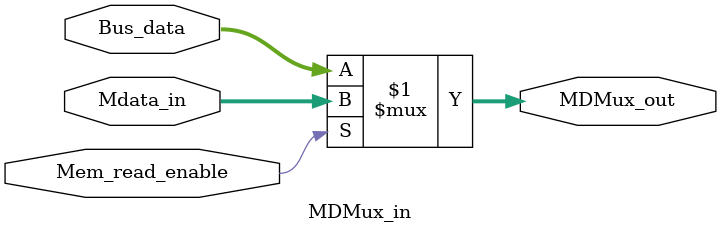
<source format=v>
module MDMux_in(Bus_data, Mdata_in, Mem_read_enable, MDMux_out); 
	input Mem_read_enable;
	input[31:0] Bus_data, Mdata_in;
	output[31:0] MDMux_out;
	assign MDMux_out = (Mem_read_enable) ? Mdata_in : Bus_data;	
endmodule
</source>
